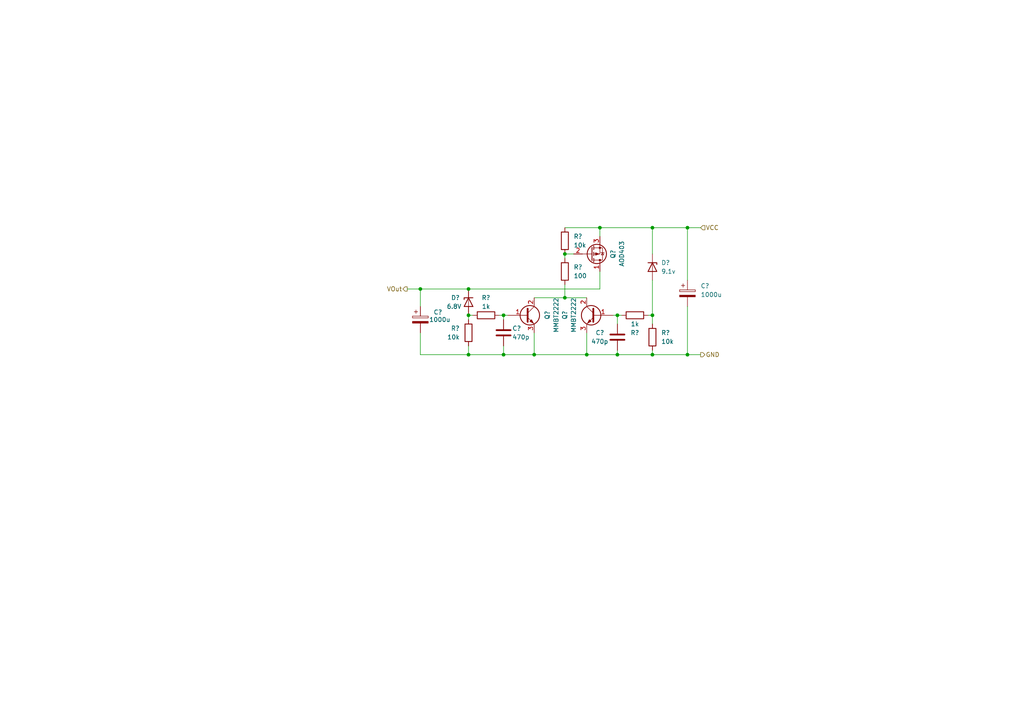
<source format=kicad_sch>
(kicad_sch (version 20211123) (generator eeschema)
  (paper "A4")
  (lib_symbols
    (symbol "Device:C" (pin_numbers hide) (pin_names (offset 0.254))
      (property "Reference" "C" (at 0.635 2.54 0))
      (property "Value" "C" (at 0.635 -2.54 0))
      (symbol "C_0_1"
        (polyline (pts (xy -2.032 -0.762) (xy 2.032 -0.762)) (stroke (width 0.508)))
        (polyline (pts (xy -2.032 0.762) (xy 2.032 0.762)) (stroke (width 0.508)))
      )
      (symbol "C_1_1"
        (pin passive line (at 0 3.81 270) (length 2.794) (name "~") (number "1"))
        (pin passive line (at 0 -3.81 90) (length 2.794) (name "~") (number "2"))
      )
    )
    (symbol "Device:C_Polarized" (pin_numbers hide) (pin_names (offset 0.254))
      (property "Reference" "C" (at 0.635 2.54 0))
      (property "Value" "C_Polarized" (at 0.635 -2.54 0))
      (symbol "C_Polarized_0_1"
        (rectangle (start -2.286 0.508) (end 2.286 1.016))
        (polyline (pts (xy -1.778 2.286) (xy -0.762 2.286)))
        (polyline (pts (xy -1.27 2.794) (xy -1.27 1.778)))
        (rectangle (start 2.286 -0.508) (end -2.286 -1.016) (fill (type outline)))
      )
      (symbol "C_Polarized_1_1"
        (pin passive line (at 0 3.81 270) (length 2.794) (name "~") (number "1"))
        (pin passive line (at 0 -3.81 90) (length 2.794) (name "~") (number "2"))
      )
    )
    (symbol "Device:D_Zener" (pin_numbers hide) (pin_names (offset 1.016) hide)
      (property "Reference" "D" (at 0 2.54 0))
      (property "Value" "D_Zener" (at 0 -2.54 0))
      (symbol "D_Zener_0_1"
        (polyline (pts (xy 1.27 0) (xy -1.27 0)))
        (polyline (pts (xy -1.27 -1.27) (xy -1.27 1.27) (xy -0.762 1.27)) (stroke (width 0.254)))
        (polyline (pts (xy 1.27 -1.27) (xy 1.27 1.27) (xy -1.27 0) (xy 1.27 -1.27)) (stroke (width 0.254)))
      )
      (symbol "D_Zener_1_1"
        (pin passive line (at -3.81 0 0) (length 2.54) (name "K") (number "1"))
        (pin passive line (at 3.81 0 180) (length 2.54) (name "A") (number "2"))
      )
    )
    (symbol "Device:Q_NPN_BCE" (pin_names (offset 0) hide)
      (property "Reference" "Q" (at 5.08 1.27 0))
      (property "Value" "Q_NPN_BCE" (at 5.08 -1.27 0))
      (symbol "Q_NPN_BCE_0_1"
        (polyline (pts (xy 0.635 0.635) (xy 2.54 2.54)))
        (polyline (pts (xy 0.635 -0.635) (xy 2.54 -2.54) (xy 2.54 -2.54)))
        (polyline (pts (xy 0.635 1.905) (xy 0.635 -1.905) (xy 0.635 -1.905)) (stroke (width 0.508)))
        (polyline (pts (xy 1.27 -1.778) (xy 1.778 -1.27) (xy 2.286 -2.286) (xy 1.27 -1.778) (xy 1.27 -1.778)) (fill (type outline)))
        (circle (center 1.27 0) (radius 2.8194) (stroke (width 0.254)))
      )
      (symbol "Q_NPN_BCE_1_1"
        (pin input line (at -5.08 0 0) (length 5.715) (name "B") (number "1"))
        (pin passive line (at 2.54 5.08 270) (length 2.54) (name "C") (number "2"))
        (pin passive line (at 2.54 -5.08 90) (length 2.54) (name "E") (number "3"))
      )
    )
    (symbol "Device:Q_PMOS_DGS" (pin_names (offset 0) hide)
      (property "Reference" "Q" (at 5.08 1.27 0))
      (property "Value" "Q_PMOS_DGS" (at 5.08 -1.27 0))
      (symbol "Q_PMOS_DGS_0_1"
        (polyline (pts (xy 0.254 0) (xy -2.54 0)))
        (polyline (pts (xy 0.254 1.905) (xy 0.254 -1.905)) (stroke (width 0.254)))
        (polyline (pts (xy 0.762 -1.27) (xy 0.762 -2.286)) (stroke (width 0.254)))
        (polyline (pts (xy 0.762 0.508) (xy 0.762 -0.508)) (stroke (width 0.254)))
        (polyline (pts (xy 0.762 2.286) (xy 0.762 1.27)) (stroke (width 0.254)))
        (polyline (pts (xy 2.54 2.54) (xy 2.54 1.778)))
        (polyline (pts (xy 2.54 -2.54) (xy 2.54 0) (xy 0.762 0)))
        (polyline (pts (xy 0.762 1.778) (xy 3.302 1.778) (xy 3.302 -1.778) (xy 0.762 -1.778)))
        (polyline (pts (xy 2.286 0) (xy 1.27 0.381) (xy 1.27 -0.381) (xy 2.286 0)) (fill (type outline)))
        (polyline (pts (xy 2.794 -0.508) (xy 2.921 -0.381) (xy 3.683 -0.381) (xy 3.81 -0.254)))
        (polyline (pts (xy 3.302 -0.381) (xy 2.921 0.254) (xy 3.683 0.254) (xy 3.302 -0.381)))
        (circle (center 1.651 0) (radius 2.794) (stroke (width 0.254)))
        (circle (center 2.54 -1.778) (radius 0.254) (fill (type outline)))
        (circle (center 2.54 1.778) (radius 0.254) (fill (type outline)))
      )
      (symbol "Q_PMOS_DGS_1_1"
        (pin passive line (at 2.54 5.08 270) (length 2.54) (name "D") (number "1"))
        (pin input line (at -5.08 0 0) (length 2.54) (name "G") (number "2"))
        (pin passive line (at 2.54 -5.08 90) (length 2.54) (name "S") (number "3"))
      )
    )
    (symbol "Device:R" (pin_numbers hide) (pin_names (offset 0))
      (property "Reference" "R" (at 2.032 0 90))
      (property "Value" "R" (at 0 0 90))
      (symbol "R_0_1"
        (rectangle (start -1.016 -2.54) (end 1.016 2.54) (stroke (width 0.254)))
      )
      (symbol "R_1_1"
        (pin passive line (at 0 3.81 270) (length 1.27) (name "~") (number "1"))
        (pin passive line (at 0 -3.81 90) (length 1.27) (name "~") (number "2"))
      )
    )
  )
  (junction (at 163.83 73.66))
  (junction (at 179.07 91.44))
  (junction (at 199.39 66.04))
  (junction (at 135.89 102.87))
  (junction (at 135.89 83.82))
  (junction (at 163.83 86.36))
  (junction (at 179.07 102.87))
  (junction (at 189.23 102.87))
  (junction (at 170.18 102.87))
  (junction (at 146.05 102.87))
  (junction (at 121.92 83.82))
  (junction (at 189.23 66.04))
  (junction (at 135.89 91.44))
  (junction (at 199.39 102.87))
  (junction (at 154.94 102.87))
  (junction (at 189.23 91.44))
  (junction (at 146.05 91.44))
  (junction (at 173.99 66.04))
  (wire (pts (xy 163.83 82.55) (xy 163.83 86.36)))
  (wire (pts (xy 187.96 91.44) (xy 189.23 91.44)))
  (wire (pts (xy 121.92 96.52) (xy 121.92 102.87)))
  (wire (pts (xy 121.92 83.82) (xy 121.92 88.9)))
  (wire (pts (xy 146.05 102.87) (xy 154.94 102.87)))
  (wire (pts (xy 199.39 66.04) (xy 199.39 81.28)))
  (wire (pts (xy 170.18 96.52) (xy 170.18 102.87)))
  (wire (pts (xy 135.89 83.82) (xy 173.99 83.82)))
  (wire (pts (xy 163.83 73.66) (xy 166.37 73.66)))
  (wire (pts (xy 146.05 91.44) (xy 146.05 92.71)))
  (wire (pts (xy 173.99 78.74) (xy 173.99 83.82)))
  (wire (pts (xy 118.11 83.82) (xy 121.92 83.82)))
  (wire (pts (xy 189.23 73.66) (xy 189.23 66.04)))
  (wire (pts (xy 189.23 81.28) (xy 189.23 91.44)))
  (wire (pts (xy 170.18 102.87) (xy 179.07 102.87)))
  (wire (pts (xy 189.23 102.87) (xy 199.39 102.87)))
  (wire (pts (xy 163.83 86.36) (xy 170.18 86.36)))
  (wire (pts (xy 173.99 66.04) (xy 163.83 66.04)))
  (wire (pts (xy 173.99 66.04) (xy 189.23 66.04)))
  (wire (pts (xy 179.07 91.44) (xy 180.34 91.44)))
  (wire (pts (xy 154.94 86.36) (xy 163.83 86.36)))
  (wire (pts (xy 121.92 102.87) (xy 135.89 102.87)))
  (wire (pts (xy 179.07 101.6) (xy 179.07 102.87)))
  (wire (pts (xy 189.23 66.04) (xy 199.39 66.04)))
  (wire (pts (xy 135.89 102.87) (xy 146.05 102.87)))
  (wire (pts (xy 135.89 91.44) (xy 137.16 91.44)))
  (wire (pts (xy 189.23 91.44) (xy 189.23 93.98)))
  (wire (pts (xy 146.05 100.33) (xy 146.05 102.87)))
  (wire (pts (xy 154.94 102.87) (xy 170.18 102.87)))
  (wire (pts (xy 135.89 102.87) (xy 135.89 100.33)))
  (wire (pts (xy 179.07 102.87) (xy 189.23 102.87)))
  (wire (pts (xy 199.39 102.87) (xy 203.2 102.87)))
  (wire (pts (xy 199.39 88.9) (xy 199.39 102.87)))
  (wire (pts (xy 177.8 91.44) (xy 179.07 91.44)))
  (wire (pts (xy 173.99 68.58) (xy 173.99 66.04)))
  (wire (pts (xy 154.94 96.52) (xy 154.94 102.87)))
  (wire (pts (xy 146.05 91.44) (xy 147.32 91.44)))
  (wire (pts (xy 163.83 73.66) (xy 163.83 74.93)))
  (wire (pts (xy 189.23 102.87) (xy 189.23 101.6)))
  (wire (pts (xy 179.07 91.44) (xy 179.07 93.98)))
  (wire (pts (xy 199.39 66.04) (xy 203.2 66.04)))
  (wire (pts (xy 135.89 91.44) (xy 135.89 92.71)))
  (wire (pts (xy 144.78 91.44) (xy 146.05 91.44)))
  (wire (pts (xy 135.89 83.82) (xy 121.92 83.82)))
  (hierarchical_label "VCC" (shape input) (at 203.2 66.04 0))
  (hierarchical_label "GND" (shape output) (at 203.2 102.87 0))
  (hierarchical_label "VOut" (shape output) (at 118.11 83.82 180))
  (symbol (lib_id "Device:Q_PMOS_DGS") (at 171.45 73.66 0) (mirror x) (unit 1)
    (property "Reference" "Q?" (at 177.8 72.39 90) (effects (justify left)))
    (property "Value" "AOD403" (at 180.34 69.85 90) (effects (justify left)))
  )
  (symbol (lib_id "Device:R") (at 163.83 78.74 0) (unit 1)
    (property "Reference" "R?" (at 166.37 77.4699 0) (effects (justify left)))
    (property "Value" "100" (at 166.37 80.0099 0) (effects (justify left)))
  )
  (symbol (lib_id "Device:Q_NPN_BCE") (at 152.4 91.44 0) (unit 1)
    (property "Reference" "Q?" (at 158.75 92.71 90) (effects (justify left)))
    (property "Value" "MMBT2222" (at 161.29 96.52 90) (effects (justify left)))
  )
  (symbol (lib_id "Device:R") (at 184.15 91.44 270) (unit 1)
    (property "Reference" "R?" (at 184.15 96.52 90))
    (property "Value" "1k" (at 184.15 93.98 90))
  )
  (symbol (lib_id "Device:R") (at 135.89 96.52 0) (mirror y) (unit 1)
    (property "Reference" "R?" (at 133.35 95.2499 0) (effects (justify left)))
    (property "Value" "10k" (at 133.35 97.7899 0) (effects (justify left)))
  )
  (symbol (lib_id "Device:D_Zener") (at 189.23 77.47 270) (unit 1)
    (property "Reference" "D?" (at 191.77 76.1999 90) (effects (justify left)))
    (property "Value" "9.1v" (at 191.77 78.74 90) (effects (justify left)))
  )
  (symbol (lib_id "Device:D_Zener") (at 135.89 87.63 90) (mirror x) (unit 1)
    (property "Reference" "D?" (at 130.81 86.36 90) (effects (justify right)))
    (property "Value" "6.8V" (at 129.54 88.9 90) (effects (justify right)))
  )
  (symbol (lib_id "Device:R") (at 189.23 97.79 0) (unit 1)
    (property "Reference" "R?" (at 191.77 96.5199 0) (effects (justify left)))
    (property "Value" "10k" (at 191.77 99.0599 0) (effects (justify left)))
  )
  (symbol (lib_id "Device:C_Polarized") (at 199.39 85.09 0) (unit 1)
    (property "Reference" "C?" (at 203.2 82.9309 0) (effects (justify left)))
    (property "Value" "1000u" (at 203.2 85.4709 0) (effects (justify left)))
  )
  (symbol (lib_id "Device:C_Polarized") (at 121.92 92.71 0) (unit 1)
    (property "Reference" "C?" (at 125.73 90.5509 0) (effects (justify left)))
    (property "Value" "1000u" (at 124.46 92.71 0) (effects (justify left)))
  )
  (symbol (lib_id "Device:C") (at 146.05 96.52 0) (unit 1)
    (property "Reference" "C?" (at 148.59 95.25 0) (effects (justify left)))
    (property "Value" "470p" (at 148.59 97.79 0) (effects (justify left)))
  )
  (symbol (lib_id "Device:R") (at 140.97 91.44 270) (mirror x) (unit 1)
    (property "Reference" "R?" (at 140.97 86.36 90))
    (property "Value" "1k" (at 140.97 88.9 90))
  )
  (symbol (lib_id "Device:C") (at 179.07 97.79 0) (unit 1)
    (property "Reference" "C?" (at 172.72 96.52 0) (effects (justify left)))
    (property "Value" "470p" (at 171.45 99.06 0) (effects (justify left)))
  )
  (symbol (lib_id "Device:Q_NPN_BCE") (at 172.72 91.44 0) (mirror y) (unit 1)
    (property "Reference" "Q?" (at 163.83 92.71 90) (effects (justify left)))
    (property "Value" "MMBT2222" (at 166.37 96.52 90) (effects (justify left)))
  )
  (symbol (lib_id "Device:R") (at 163.83 69.85 0) (unit 1)
    (property "Reference" "R?" (at 166.37 68.5799 0) (effects (justify left)))
    (property "Value" "10k" (at 166.37 71.1199 0) (effects (justify left)))
  )
)
</source>
